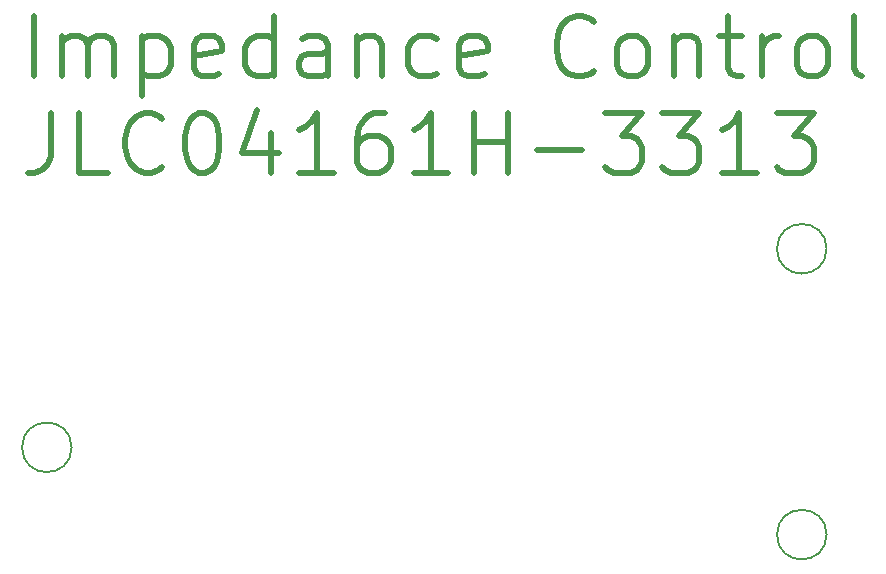
<source format=gbr>
%TF.GenerationSoftware,KiCad,Pcbnew,9.0.6-9.0.6~ubuntu24.04.1*%
%TF.CreationDate,2025-12-05T16:25:40-03:00*%
%TF.ProjectId,Smart_insoles_2025_v1,536d6172-745f-4696-9e73-6f6c65735f32,rev?*%
%TF.SameCoordinates,Original*%
%TF.FileFunction,Other,Comment*%
%FSLAX46Y46*%
G04 Gerber Fmt 4.6, Leading zero omitted, Abs format (unit mm)*
G04 Created by KiCad (PCBNEW 9.0.6-9.0.6~ubuntu24.04.1) date 2025-12-05 16:25:40*
%MOMM*%
%LPD*%
G01*
G04 APERTURE LIST*
%ADD10C,0.508000*%
%ADD11C,0.150000*%
G04 APERTURE END LIST*
D10*
X106623733Y-57273372D02*
X106623733Y-52193372D01*
X109042781Y-57273372D02*
X109042781Y-53886706D01*
X109042781Y-54370515D02*
X109284686Y-54128610D01*
X109284686Y-54128610D02*
X109768496Y-53886706D01*
X109768496Y-53886706D02*
X110494210Y-53886706D01*
X110494210Y-53886706D02*
X110978019Y-54128610D01*
X110978019Y-54128610D02*
X111219924Y-54612420D01*
X111219924Y-54612420D02*
X111219924Y-57273372D01*
X111219924Y-54612420D02*
X111461829Y-54128610D01*
X111461829Y-54128610D02*
X111945638Y-53886706D01*
X111945638Y-53886706D02*
X112671353Y-53886706D01*
X112671353Y-53886706D02*
X113155162Y-54128610D01*
X113155162Y-54128610D02*
X113397067Y-54612420D01*
X113397067Y-54612420D02*
X113397067Y-57273372D01*
X115816114Y-53886706D02*
X115816114Y-58966706D01*
X115816114Y-54128610D02*
X116299924Y-53886706D01*
X116299924Y-53886706D02*
X117267543Y-53886706D01*
X117267543Y-53886706D02*
X117751352Y-54128610D01*
X117751352Y-54128610D02*
X117993257Y-54370515D01*
X117993257Y-54370515D02*
X118235162Y-54854325D01*
X118235162Y-54854325D02*
X118235162Y-56305753D01*
X118235162Y-56305753D02*
X117993257Y-56789563D01*
X117993257Y-56789563D02*
X117751352Y-57031468D01*
X117751352Y-57031468D02*
X117267543Y-57273372D01*
X117267543Y-57273372D02*
X116299924Y-57273372D01*
X116299924Y-57273372D02*
X115816114Y-57031468D01*
X122347542Y-57031468D02*
X121863733Y-57273372D01*
X121863733Y-57273372D02*
X120896114Y-57273372D01*
X120896114Y-57273372D02*
X120412304Y-57031468D01*
X120412304Y-57031468D02*
X120170400Y-56547658D01*
X120170400Y-56547658D02*
X120170400Y-54612420D01*
X120170400Y-54612420D02*
X120412304Y-54128610D01*
X120412304Y-54128610D02*
X120896114Y-53886706D01*
X120896114Y-53886706D02*
X121863733Y-53886706D01*
X121863733Y-53886706D02*
X122347542Y-54128610D01*
X122347542Y-54128610D02*
X122589447Y-54612420D01*
X122589447Y-54612420D02*
X122589447Y-55096229D01*
X122589447Y-55096229D02*
X120170400Y-55580039D01*
X126943733Y-57273372D02*
X126943733Y-52193372D01*
X126943733Y-57031468D02*
X126459924Y-57273372D01*
X126459924Y-57273372D02*
X125492305Y-57273372D01*
X125492305Y-57273372D02*
X125008495Y-57031468D01*
X125008495Y-57031468D02*
X124766590Y-56789563D01*
X124766590Y-56789563D02*
X124524686Y-56305753D01*
X124524686Y-56305753D02*
X124524686Y-54854325D01*
X124524686Y-54854325D02*
X124766590Y-54370515D01*
X124766590Y-54370515D02*
X125008495Y-54128610D01*
X125008495Y-54128610D02*
X125492305Y-53886706D01*
X125492305Y-53886706D02*
X126459924Y-53886706D01*
X126459924Y-53886706D02*
X126943733Y-54128610D01*
X131539923Y-57273372D02*
X131539923Y-54612420D01*
X131539923Y-54612420D02*
X131298018Y-54128610D01*
X131298018Y-54128610D02*
X130814209Y-53886706D01*
X130814209Y-53886706D02*
X129846590Y-53886706D01*
X129846590Y-53886706D02*
X129362780Y-54128610D01*
X131539923Y-57031468D02*
X131056114Y-57273372D01*
X131056114Y-57273372D02*
X129846590Y-57273372D01*
X129846590Y-57273372D02*
X129362780Y-57031468D01*
X129362780Y-57031468D02*
X129120876Y-56547658D01*
X129120876Y-56547658D02*
X129120876Y-56063848D01*
X129120876Y-56063848D02*
X129362780Y-55580039D01*
X129362780Y-55580039D02*
X129846590Y-55338134D01*
X129846590Y-55338134D02*
X131056114Y-55338134D01*
X131056114Y-55338134D02*
X131539923Y-55096229D01*
X133958970Y-53886706D02*
X133958970Y-57273372D01*
X133958970Y-54370515D02*
X134200875Y-54128610D01*
X134200875Y-54128610D02*
X134684685Y-53886706D01*
X134684685Y-53886706D02*
X135410399Y-53886706D01*
X135410399Y-53886706D02*
X135894208Y-54128610D01*
X135894208Y-54128610D02*
X136136113Y-54612420D01*
X136136113Y-54612420D02*
X136136113Y-57273372D01*
X140732303Y-57031468D02*
X140248494Y-57273372D01*
X140248494Y-57273372D02*
X139280875Y-57273372D01*
X139280875Y-57273372D02*
X138797065Y-57031468D01*
X138797065Y-57031468D02*
X138555160Y-56789563D01*
X138555160Y-56789563D02*
X138313256Y-56305753D01*
X138313256Y-56305753D02*
X138313256Y-54854325D01*
X138313256Y-54854325D02*
X138555160Y-54370515D01*
X138555160Y-54370515D02*
X138797065Y-54128610D01*
X138797065Y-54128610D02*
X139280875Y-53886706D01*
X139280875Y-53886706D02*
X140248494Y-53886706D01*
X140248494Y-53886706D02*
X140732303Y-54128610D01*
X144844684Y-57031468D02*
X144360875Y-57273372D01*
X144360875Y-57273372D02*
X143393256Y-57273372D01*
X143393256Y-57273372D02*
X142909446Y-57031468D01*
X142909446Y-57031468D02*
X142667542Y-56547658D01*
X142667542Y-56547658D02*
X142667542Y-54612420D01*
X142667542Y-54612420D02*
X142909446Y-54128610D01*
X142909446Y-54128610D02*
X143393256Y-53886706D01*
X143393256Y-53886706D02*
X144360875Y-53886706D01*
X144360875Y-53886706D02*
X144844684Y-54128610D01*
X144844684Y-54128610D02*
X145086589Y-54612420D01*
X145086589Y-54612420D02*
X145086589Y-55096229D01*
X145086589Y-55096229D02*
X142667542Y-55580039D01*
X154037065Y-56789563D02*
X153795161Y-57031468D01*
X153795161Y-57031468D02*
X153069446Y-57273372D01*
X153069446Y-57273372D02*
X152585637Y-57273372D01*
X152585637Y-57273372D02*
X151859923Y-57031468D01*
X151859923Y-57031468D02*
X151376113Y-56547658D01*
X151376113Y-56547658D02*
X151134208Y-56063848D01*
X151134208Y-56063848D02*
X150892304Y-55096229D01*
X150892304Y-55096229D02*
X150892304Y-54370515D01*
X150892304Y-54370515D02*
X151134208Y-53402896D01*
X151134208Y-53402896D02*
X151376113Y-52919087D01*
X151376113Y-52919087D02*
X151859923Y-52435277D01*
X151859923Y-52435277D02*
X152585637Y-52193372D01*
X152585637Y-52193372D02*
X153069446Y-52193372D01*
X153069446Y-52193372D02*
X153795161Y-52435277D01*
X153795161Y-52435277D02*
X154037065Y-52677182D01*
X156939923Y-57273372D02*
X156456113Y-57031468D01*
X156456113Y-57031468D02*
X156214208Y-56789563D01*
X156214208Y-56789563D02*
X155972304Y-56305753D01*
X155972304Y-56305753D02*
X155972304Y-54854325D01*
X155972304Y-54854325D02*
X156214208Y-54370515D01*
X156214208Y-54370515D02*
X156456113Y-54128610D01*
X156456113Y-54128610D02*
X156939923Y-53886706D01*
X156939923Y-53886706D02*
X157665637Y-53886706D01*
X157665637Y-53886706D02*
X158149446Y-54128610D01*
X158149446Y-54128610D02*
X158391351Y-54370515D01*
X158391351Y-54370515D02*
X158633256Y-54854325D01*
X158633256Y-54854325D02*
X158633256Y-56305753D01*
X158633256Y-56305753D02*
X158391351Y-56789563D01*
X158391351Y-56789563D02*
X158149446Y-57031468D01*
X158149446Y-57031468D02*
X157665637Y-57273372D01*
X157665637Y-57273372D02*
X156939923Y-57273372D01*
X160810398Y-53886706D02*
X160810398Y-57273372D01*
X160810398Y-54370515D02*
X161052303Y-54128610D01*
X161052303Y-54128610D02*
X161536113Y-53886706D01*
X161536113Y-53886706D02*
X162261827Y-53886706D01*
X162261827Y-53886706D02*
X162745636Y-54128610D01*
X162745636Y-54128610D02*
X162987541Y-54612420D01*
X162987541Y-54612420D02*
X162987541Y-57273372D01*
X164680874Y-53886706D02*
X166616112Y-53886706D01*
X165406588Y-52193372D02*
X165406588Y-56547658D01*
X165406588Y-56547658D02*
X165648493Y-57031468D01*
X165648493Y-57031468D02*
X166132303Y-57273372D01*
X166132303Y-57273372D02*
X166616112Y-57273372D01*
X168309445Y-57273372D02*
X168309445Y-53886706D01*
X168309445Y-54854325D02*
X168551350Y-54370515D01*
X168551350Y-54370515D02*
X168793255Y-54128610D01*
X168793255Y-54128610D02*
X169277064Y-53886706D01*
X169277064Y-53886706D02*
X169760874Y-53886706D01*
X172179922Y-57273372D02*
X171696112Y-57031468D01*
X171696112Y-57031468D02*
X171454207Y-56789563D01*
X171454207Y-56789563D02*
X171212303Y-56305753D01*
X171212303Y-56305753D02*
X171212303Y-54854325D01*
X171212303Y-54854325D02*
X171454207Y-54370515D01*
X171454207Y-54370515D02*
X171696112Y-54128610D01*
X171696112Y-54128610D02*
X172179922Y-53886706D01*
X172179922Y-53886706D02*
X172905636Y-53886706D01*
X172905636Y-53886706D02*
X173389445Y-54128610D01*
X173389445Y-54128610D02*
X173631350Y-54370515D01*
X173631350Y-54370515D02*
X173873255Y-54854325D01*
X173873255Y-54854325D02*
X173873255Y-56305753D01*
X173873255Y-56305753D02*
X173631350Y-56789563D01*
X173631350Y-56789563D02*
X173389445Y-57031468D01*
X173389445Y-57031468D02*
X172905636Y-57273372D01*
X172905636Y-57273372D02*
X172179922Y-57273372D01*
X176776112Y-57273372D02*
X176292302Y-57031468D01*
X176292302Y-57031468D02*
X176050397Y-56547658D01*
X176050397Y-56547658D02*
X176050397Y-52193372D01*
X108075162Y-60371888D02*
X108075162Y-64000460D01*
X108075162Y-64000460D02*
X107833257Y-64726174D01*
X107833257Y-64726174D02*
X107349448Y-65209984D01*
X107349448Y-65209984D02*
X106623733Y-65451888D01*
X106623733Y-65451888D02*
X106139924Y-65451888D01*
X112913257Y-65451888D02*
X110494209Y-65451888D01*
X110494209Y-65451888D02*
X110494209Y-60371888D01*
X117509447Y-64968079D02*
X117267543Y-65209984D01*
X117267543Y-65209984D02*
X116541828Y-65451888D01*
X116541828Y-65451888D02*
X116058019Y-65451888D01*
X116058019Y-65451888D02*
X115332305Y-65209984D01*
X115332305Y-65209984D02*
X114848495Y-64726174D01*
X114848495Y-64726174D02*
X114606590Y-64242364D01*
X114606590Y-64242364D02*
X114364686Y-63274745D01*
X114364686Y-63274745D02*
X114364686Y-62549031D01*
X114364686Y-62549031D02*
X114606590Y-61581412D01*
X114606590Y-61581412D02*
X114848495Y-61097603D01*
X114848495Y-61097603D02*
X115332305Y-60613793D01*
X115332305Y-60613793D02*
X116058019Y-60371888D01*
X116058019Y-60371888D02*
X116541828Y-60371888D01*
X116541828Y-60371888D02*
X117267543Y-60613793D01*
X117267543Y-60613793D02*
X117509447Y-60855698D01*
X120654209Y-60371888D02*
X121138019Y-60371888D01*
X121138019Y-60371888D02*
X121621828Y-60613793D01*
X121621828Y-60613793D02*
X121863733Y-60855698D01*
X121863733Y-60855698D02*
X122105638Y-61339507D01*
X122105638Y-61339507D02*
X122347543Y-62307126D01*
X122347543Y-62307126D02*
X122347543Y-63516650D01*
X122347543Y-63516650D02*
X122105638Y-64484269D01*
X122105638Y-64484269D02*
X121863733Y-64968079D01*
X121863733Y-64968079D02*
X121621828Y-65209984D01*
X121621828Y-65209984D02*
X121138019Y-65451888D01*
X121138019Y-65451888D02*
X120654209Y-65451888D01*
X120654209Y-65451888D02*
X120170400Y-65209984D01*
X120170400Y-65209984D02*
X119928495Y-64968079D01*
X119928495Y-64968079D02*
X119686590Y-64484269D01*
X119686590Y-64484269D02*
X119444686Y-63516650D01*
X119444686Y-63516650D02*
X119444686Y-62307126D01*
X119444686Y-62307126D02*
X119686590Y-61339507D01*
X119686590Y-61339507D02*
X119928495Y-60855698D01*
X119928495Y-60855698D02*
X120170400Y-60613793D01*
X120170400Y-60613793D02*
X120654209Y-60371888D01*
X126701828Y-62065222D02*
X126701828Y-65451888D01*
X125492304Y-60129984D02*
X124282781Y-63758555D01*
X124282781Y-63758555D02*
X127427542Y-63758555D01*
X132023733Y-65451888D02*
X129120876Y-65451888D01*
X130572304Y-65451888D02*
X130572304Y-60371888D01*
X130572304Y-60371888D02*
X130088495Y-61097603D01*
X130088495Y-61097603D02*
X129604685Y-61581412D01*
X129604685Y-61581412D02*
X129120876Y-61823317D01*
X136378018Y-60371888D02*
X135410399Y-60371888D01*
X135410399Y-60371888D02*
X134926590Y-60613793D01*
X134926590Y-60613793D02*
X134684685Y-60855698D01*
X134684685Y-60855698D02*
X134200875Y-61581412D01*
X134200875Y-61581412D02*
X133958971Y-62549031D01*
X133958971Y-62549031D02*
X133958971Y-64484269D01*
X133958971Y-64484269D02*
X134200875Y-64968079D01*
X134200875Y-64968079D02*
X134442780Y-65209984D01*
X134442780Y-65209984D02*
X134926590Y-65451888D01*
X134926590Y-65451888D02*
X135894209Y-65451888D01*
X135894209Y-65451888D02*
X136378018Y-65209984D01*
X136378018Y-65209984D02*
X136619923Y-64968079D01*
X136619923Y-64968079D02*
X136861828Y-64484269D01*
X136861828Y-64484269D02*
X136861828Y-63274745D01*
X136861828Y-63274745D02*
X136619923Y-62790936D01*
X136619923Y-62790936D02*
X136378018Y-62549031D01*
X136378018Y-62549031D02*
X135894209Y-62307126D01*
X135894209Y-62307126D02*
X134926590Y-62307126D01*
X134926590Y-62307126D02*
X134442780Y-62549031D01*
X134442780Y-62549031D02*
X134200875Y-62790936D01*
X134200875Y-62790936D02*
X133958971Y-63274745D01*
X141699923Y-65451888D02*
X138797066Y-65451888D01*
X140248494Y-65451888D02*
X140248494Y-60371888D01*
X140248494Y-60371888D02*
X139764685Y-61097603D01*
X139764685Y-61097603D02*
X139280875Y-61581412D01*
X139280875Y-61581412D02*
X138797066Y-61823317D01*
X143877065Y-65451888D02*
X143877065Y-60371888D01*
X143877065Y-62790936D02*
X146779922Y-62790936D01*
X146779922Y-65451888D02*
X146779922Y-60371888D01*
X149198970Y-63516650D02*
X153069447Y-63516650D01*
X155004685Y-60371888D02*
X158149447Y-60371888D01*
X158149447Y-60371888D02*
X156456113Y-62307126D01*
X156456113Y-62307126D02*
X157181828Y-62307126D01*
X157181828Y-62307126D02*
X157665637Y-62549031D01*
X157665637Y-62549031D02*
X157907542Y-62790936D01*
X157907542Y-62790936D02*
X158149447Y-63274745D01*
X158149447Y-63274745D02*
X158149447Y-64484269D01*
X158149447Y-64484269D02*
X157907542Y-64968079D01*
X157907542Y-64968079D02*
X157665637Y-65209984D01*
X157665637Y-65209984D02*
X157181828Y-65451888D01*
X157181828Y-65451888D02*
X155730399Y-65451888D01*
X155730399Y-65451888D02*
X155246590Y-65209984D01*
X155246590Y-65209984D02*
X155004685Y-64968079D01*
X159842780Y-60371888D02*
X162987542Y-60371888D01*
X162987542Y-60371888D02*
X161294208Y-62307126D01*
X161294208Y-62307126D02*
X162019923Y-62307126D01*
X162019923Y-62307126D02*
X162503732Y-62549031D01*
X162503732Y-62549031D02*
X162745637Y-62790936D01*
X162745637Y-62790936D02*
X162987542Y-63274745D01*
X162987542Y-63274745D02*
X162987542Y-64484269D01*
X162987542Y-64484269D02*
X162745637Y-64968079D01*
X162745637Y-64968079D02*
X162503732Y-65209984D01*
X162503732Y-65209984D02*
X162019923Y-65451888D01*
X162019923Y-65451888D02*
X160568494Y-65451888D01*
X160568494Y-65451888D02*
X160084685Y-65209984D01*
X160084685Y-65209984D02*
X159842780Y-64968079D01*
X167825637Y-65451888D02*
X164922780Y-65451888D01*
X166374208Y-65451888D02*
X166374208Y-60371888D01*
X166374208Y-60371888D02*
X165890399Y-61097603D01*
X165890399Y-61097603D02*
X165406589Y-61581412D01*
X165406589Y-61581412D02*
X164922780Y-61823317D01*
X169518970Y-60371888D02*
X172663732Y-60371888D01*
X172663732Y-60371888D02*
X170970398Y-62307126D01*
X170970398Y-62307126D02*
X171696113Y-62307126D01*
X171696113Y-62307126D02*
X172179922Y-62549031D01*
X172179922Y-62549031D02*
X172421827Y-62790936D01*
X172421827Y-62790936D02*
X172663732Y-63274745D01*
X172663732Y-63274745D02*
X172663732Y-64484269D01*
X172663732Y-64484269D02*
X172421827Y-64968079D01*
X172421827Y-64968079D02*
X172179922Y-65209984D01*
X172179922Y-65209984D02*
X171696113Y-65451888D01*
X171696113Y-65451888D02*
X170244684Y-65451888D01*
X170244684Y-65451888D02*
X169760875Y-65209984D01*
X169760875Y-65209984D02*
X169518970Y-64968079D01*
D11*
%TO.C,H1*%
X109830000Y-88670000D02*
G75*
G02*
X105630000Y-88670000I-2100000J0D01*
G01*
X105630000Y-88670000D02*
G75*
G02*
X109830000Y-88670000I2100000J0D01*
G01*
%TO.C,H3*%
X173750000Y-71865000D02*
G75*
G02*
X169550000Y-71865000I-2100000J0D01*
G01*
X169550000Y-71865000D02*
G75*
G02*
X173750000Y-71865000I2100000J0D01*
G01*
%TO.C,H2*%
X173750000Y-96065000D02*
G75*
G02*
X169550000Y-96065000I-2100000J0D01*
G01*
X169550000Y-96065000D02*
G75*
G02*
X173750000Y-96065000I2100000J0D01*
G01*
%TD*%
M02*

</source>
